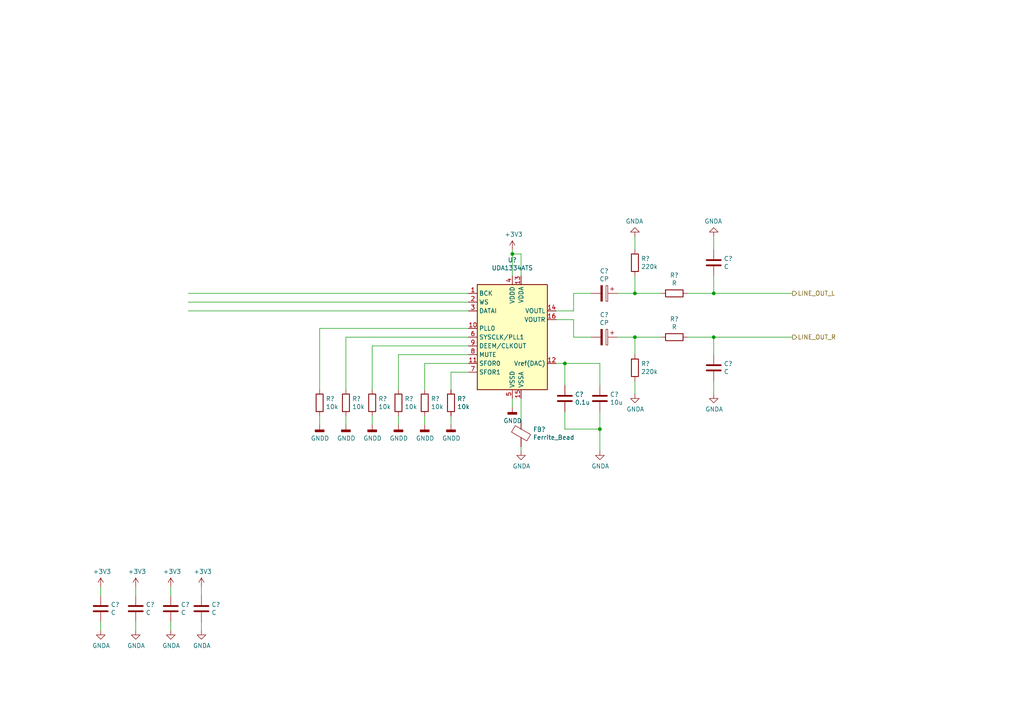
<source format=kicad_sch>
(kicad_sch (version 20211123) (generator eeschema)
  (paper "A4")
  (lib_symbols
    (symbol "Audio:UDA1334ATS"
      (property "Reference" "U" (at -10.16 16.51 0))
      (property "Value" "UDA1334ATS" (at 3.81 16.51 0))
      (symbol "UDA1334ATS_0_1"
        (rectangle (start -10.16 15.24) (end 10.16 -15.24) (stroke (width 0.254)) (fill (type background)))
      )
      (symbol "UDA1334ATS_1_1"
        (pin input line (at -12.7 12.7 0) (length 2.54) (name "BCK") (number "1"))
        (pin input line (at -12.7 2.54 0) (length 2.54) (name "PLL0") (number "10"))
        (pin input line (at -12.7 -7.62 0) (length 2.54) (name "SFOR0") (number "11"))
        (pin passive line (at 12.7 -7.62 180) (length 2.54) (name "Vref(DAC)") (number "12"))
        (pin power_in line (at 2.54 17.78 270) (length 2.54) (name "VDDA") (number "13"))
        (pin output line (at 12.7 7.62 180) (length 2.54) (name "VOUTL") (number "14"))
        (pin power_in line (at 2.54 -17.78 90) (length 2.54) (name "VSSA") (number "15"))
        (pin output line (at 12.7 5.08 180) (length 2.54) (name "VOUTR") (number "16"))
        (pin input line (at -12.7 10.16 0) (length 2.54) (name "WS") (number "2"))
        (pin input line (at -12.7 7.62 0) (length 2.54) (name "DATAI") (number "3"))
        (pin power_in line (at 0 17.78 270) (length 2.54) (name "VDDD") (number "4"))
        (pin power_in line (at 0 -17.78 90) (length 2.54) (name "VSSD") (number "5"))
        (pin input line (at -12.7 0 0) (length 2.54) (name "SYSCLK/PLL1") (number "6"))
        (pin input line (at -12.7 -10.16 0) (length 2.54) (name "SFOR1") (number "7"))
        (pin input line (at -12.7 -5.08 0) (length 2.54) (name "MUTE") (number "8"))
        (pin bidirectional line (at -12.7 -2.54 0) (length 2.54) (name "DEEM/CLKOUT") (number "9"))
      )
    )
    (symbol "Device:C" (pin_numbers hide) (pin_names (offset 0.254))
      (property "Reference" "C" (at 0.635 2.54 0))
      (property "Value" "C" (at 0.635 -2.54 0))
      (symbol "C_0_1"
        (polyline (pts (xy -2.032 -0.762) (xy 2.032 -0.762)) (stroke (width 0.508)))
        (polyline (pts (xy -2.032 0.762) (xy 2.032 0.762)) (stroke (width 0.508)))
      )
      (symbol "C_1_1"
        (pin passive line (at 0 3.81 270) (length 2.794) (name "~") (number "1"))
        (pin passive line (at 0 -3.81 90) (length 2.794) (name "~") (number "2"))
      )
    )
    (symbol "Device:R" (pin_numbers hide) (pin_names (offset 0))
      (property "Reference" "R" (at 2.032 0 90))
      (property "Value" "R" (at 0 0 90))
      (symbol "R_0_1"
        (rectangle (start -1.016 -2.54) (end 1.016 2.54) (stroke (width 0.254)))
      )
      (symbol "R_1_1"
        (pin passive line (at 0 3.81 270) (length 1.27) (name "~") (number "1"))
        (pin passive line (at 0 -3.81 90) (length 1.27) (name "~") (number "2"))
      )
    )
    (symbol "power:+3V3" (power) (pin_names (offset 0))
      (property "Value" "+3V3" (at 0 3.556 0))
      (symbol "+3V3_0_1"
        (polyline (pts (xy -0.762 1.27) (xy 0 2.54)))
        (polyline (pts (xy 0 0) (xy 0 2.54)))
        (polyline (pts (xy 0 2.54) (xy 0.762 1.27)))
      )
      (symbol "+3V3_1_1"
        (pin power_in line (at 0 0 90) (length 0) hide (name "+3V3") (number "1"))
      )
    )
    (symbol "power:GNDA" (power) (pin_names (offset 0))
      (property "Value" "GNDA" (at 0 -3.81 0))
      (symbol "GNDA_0_1"
        (polyline (pts (xy 0 0) (xy 0 -1.27) (xy 1.27 -1.27) (xy 0 -2.54) (xy -1.27 -1.27) (xy 0 -1.27)))
      )
      (symbol "GNDA_1_1"
        (pin power_in line (at 0 0 270) (length 0) hide (name "GNDA") (number "1"))
      )
    )
    (symbol "power:GNDD" (power) (pin_names (offset 0))
      (property "Value" "GNDD" (at 0 -3.175 0))
      (symbol "GNDD_0_1"
        (rectangle (start -1.27 -1.524) (end 1.27 -2.032) (stroke (width 0.254)) (fill (type outline)))
        (polyline (pts (xy 0 0) (xy 0 -1.524)))
      )
      (symbol "GNDD_1_1"
        (pin power_in line (at 0 0 270) (length 0) hide (name "GNDD") (number "1"))
      )
    )
    (symbol "spitfire-rescue:CP-Device" (pin_numbers hide) (pin_names (offset 0.254))
      (property "Reference" "C" (at 0.635 2.54 0))
      (property "Value" "CP-Device" (at 0.635 -2.54 0))
      (symbol "CP-Device_0_1"
        (rectangle (start -2.286 0.508) (end 2.286 1.016))
        (polyline (pts (xy -1.778 2.286) (xy -0.762 2.286)))
        (polyline (pts (xy -1.27 2.794) (xy -1.27 1.778)))
        (rectangle (start 2.286 -0.508) (end -2.286 -1.016) (fill (type outline)))
      )
      (symbol "CP-Device_1_1"
        (pin passive line (at 0 3.81 270) (length 2.794) (name "~") (number "1"))
        (pin passive line (at 0 -3.81 90) (length 2.794) (name "~") (number "2"))
      )
    )
    (symbol "spitfire-rescue:Ferrite_Bead-Device" (pin_numbers hide) (pin_names (offset 0))
      (property "Reference" "FB" (at -3.81 0.635 90))
      (property "Value" "Ferrite_Bead-Device" (at 3.81 0 90))
      (symbol "Ferrite_Bead-Device_0_1"
        (polyline (pts (xy 0 -1.27) (xy 0 -1.2192)))
        (polyline (pts (xy 0 1.27) (xy 0 1.2954)))
        (polyline (pts (xy -2.7686 0.4064) (xy -1.7018 2.2606) (xy 2.7686 -0.3048) (xy 1.6764 -2.159) (xy -2.7686 0.4064)))
      )
      (symbol "Ferrite_Bead-Device_1_1"
        (pin passive line (at 0 3.81 270) (length 2.54) (name "~") (number "1"))
        (pin passive line (at 0 -3.81 90) (length 2.54) (name "~") (number "2"))
      )
    )
  )
  (junction (at 207.01 85.09))
  (junction (at 207.01 97.79))
  (junction (at 148.59 73.66))
  (junction (at 173.99 124.46))
  (junction (at 184.15 97.79))
  (junction (at 163.83 105.41))
  (junction (at 184.15 85.09))
  (wire (pts (xy 173.99 105.41) (xy 173.99 111.76)))
  (wire (pts (xy 173.99 130.81) (xy 173.99 124.46)))
  (wire (pts (xy 123.19 105.41) (xy 135.89 105.41)))
  (wire (pts (xy 163.83 105.41) (xy 173.99 105.41)))
  (wire (pts (xy 184.15 110.49) (xy 184.15 114.3)))
  (wire (pts (xy 123.19 120.65) (xy 123.19 123.19)))
  (wire (pts (xy 207.01 102.87) (xy 207.01 97.79)))
  (wire (pts (xy 107.95 123.19) (xy 107.95 120.65)))
  (wire (pts (xy 207.01 80.01) (xy 207.01 85.09)))
  (wire (pts (xy 199.39 97.79) (xy 207.01 97.79)))
  (wire (pts (xy 151.13 129.54) (xy 151.13 130.81)))
  (wire (pts (xy 148.59 73.66) (xy 151.13 73.66)))
  (wire (pts (xy 151.13 115.57) (xy 151.13 121.92)))
  (wire (pts (xy 115.57 102.87) (xy 135.89 102.87)))
  (wire (pts (xy 100.33 120.65) (xy 100.33 123.19)))
  (wire (pts (xy 92.71 95.25) (xy 135.89 95.25)))
  (wire (pts (xy 163.83 119.38) (xy 163.83 124.46)))
  (wire (pts (xy 49.53 170.18) (xy 49.53 172.72)))
  (wire (pts (xy 148.59 73.66) (xy 148.59 80.01)))
  (wire (pts (xy 130.81 107.95) (xy 130.81 113.03)))
  (wire (pts (xy 148.59 115.57) (xy 148.59 118.11)))
  (wire (pts (xy 166.37 97.79) (xy 171.45 97.79)))
  (wire (pts (xy 171.45 85.09) (xy 166.37 85.09)))
  (wire (pts (xy 166.37 90.17) (xy 161.29 90.17)))
  (wire (pts (xy 199.39 85.09) (xy 207.01 85.09)))
  (wire (pts (xy 166.37 92.71) (xy 166.37 97.79)))
  (wire (pts (xy 179.07 85.09) (xy 184.15 85.09)))
  (wire (pts (xy 135.89 90.17) (xy 54.61 90.17)))
  (wire (pts (xy 151.13 73.66) (xy 151.13 80.01)))
  (wire (pts (xy 184.15 68.58) (xy 184.15 72.39)))
  (wire (pts (xy 130.81 107.95) (xy 135.89 107.95)))
  (wire (pts (xy 92.71 120.65) (xy 92.71 123.19)))
  (wire (pts (xy 207.01 97.79) (xy 229.87 97.79)))
  (wire (pts (xy 39.37 180.34) (xy 39.37 182.88)))
  (wire (pts (xy 58.42 170.18) (xy 58.42 172.72)))
  (wire (pts (xy 115.57 113.03) (xy 115.57 102.87)))
  (wire (pts (xy 166.37 85.09) (xy 166.37 90.17)))
  (wire (pts (xy 29.21 170.18) (xy 29.21 172.72)))
  (wire (pts (xy 207.01 85.09) (xy 229.87 85.09)))
  (wire (pts (xy 135.89 85.09) (xy 54.61 85.09)))
  (wire (pts (xy 135.89 100.33) (xy 107.95 100.33)))
  (wire (pts (xy 123.19 105.41) (xy 123.19 113.03)))
  (wire (pts (xy 39.37 170.18) (xy 39.37 172.72)))
  (wire (pts (xy 148.59 72.39) (xy 148.59 73.66)))
  (wire (pts (xy 184.15 85.09) (xy 191.77 85.09)))
  (wire (pts (xy 92.71 95.25) (xy 92.71 113.03)))
  (wire (pts (xy 100.33 97.79) (xy 135.89 97.79)))
  (wire (pts (xy 163.83 124.46) (xy 173.99 124.46)))
  (wire (pts (xy 173.99 124.46) (xy 173.99 119.38)))
  (wire (pts (xy 130.81 120.65) (xy 130.81 123.19)))
  (wire (pts (xy 207.01 110.49) (xy 207.01 114.3)))
  (wire (pts (xy 161.29 92.71) (xy 166.37 92.71)))
  (wire (pts (xy 115.57 123.19) (xy 115.57 120.65)))
  (wire (pts (xy 163.83 105.41) (xy 163.83 111.76)))
  (wire (pts (xy 107.95 100.33) (xy 107.95 113.03)))
  (wire (pts (xy 184.15 80.01) (xy 184.15 85.09)))
  (wire (pts (xy 179.07 97.79) (xy 184.15 97.79)))
  (wire (pts (xy 184.15 102.87) (xy 184.15 97.79)))
  (wire (pts (xy 184.15 97.79) (xy 191.77 97.79)))
  (wire (pts (xy 207.01 68.58) (xy 207.01 72.39)))
  (wire (pts (xy 135.89 87.63) (xy 54.61 87.63)))
  (wire (pts (xy 100.33 113.03) (xy 100.33 97.79)))
  (wire (pts (xy 58.42 180.34) (xy 58.42 182.88)))
  (wire (pts (xy 29.21 180.34) (xy 29.21 182.88)))
  (wire (pts (xy 49.53 180.34) (xy 49.53 182.88)))
  (wire (pts (xy 163.83 105.41) (xy 161.29 105.41)))
  (hierarchical_label "LINE_OUT_R" (shape output) (at 229.87 97.79 0))
  (hierarchical_label "LINE_OUT_L" (shape output) (at 229.87 85.09 0))
  (symbol (lib_id "Audio:UDA1334ATS") (at 148.59 97.79 0) (unit 1)
    (property "Reference" "U?" (at 148.59 75.4126 0))
    (property "Value" "UDA1334ATS" (at 148.59 77.724 0))
    (property "Footprint" "Package_SO:SSOP-16_4.4x5.2mm_P0.65mm" (effects hide))
    (property "Datasheet" "http://www.nxp.com/docs/en/data-sheet/UDA1334ATS.pdf" (effects hide))
  )
  (symbol (lib_id "power:GNDD") (at 100.33 123.19 0) (unit 1)
    (property "Reference" "#PWR?" (effects hide))
    (property "Value" "GNDD" (at 100.4316 127.127 0))
  )
  (symbol (lib_id "Device:R") (at 130.81 116.84 180) (unit 1)
    (property "Reference" "R?" (at 132.588 115.6716 0) (effects (justify right)))
    (property "Value" "10k" (at 132.588 117.983 0) (effects (justify right)))
  )
  (symbol (lib_id "Device:R") (at 123.19 116.84 180) (unit 1)
    (property "Reference" "R?" (at 124.968 115.6716 0) (effects (justify right)))
    (property "Value" "10k" (at 124.968 117.983 0) (effects (justify right)))
  )
  (symbol (lib_id "power:GNDD") (at 123.19 123.19 0) (unit 1)
    (property "Reference" "#PWR?" (effects hide))
    (property "Value" "GNDD" (at 123.2916 127.127 0))
  )
  (symbol (lib_id "power:GNDD") (at 130.81 123.19 0) (unit 1)
    (property "Reference" "#PWR?" (effects hide))
    (property "Value" "GNDD" (at 130.9116 127.127 0))
  )
  (symbol (lib_id "power:GNDD") (at 107.95 123.19 0) (unit 1)
    (property "Reference" "#PWR?" (effects hide))
    (property "Value" "GNDD" (at 108.0516 127.127 0))
  )
  (symbol (lib_id "Device:R") (at 107.95 116.84 180) (unit 1)
    (property "Reference" "R?" (at 109.728 115.6716 0) (effects (justify right)))
    (property "Value" "10k" (at 109.728 117.983 0) (effects (justify right)))
  )
  (symbol (lib_id "Device:R") (at 115.57 116.84 180) (unit 1)
    (property "Reference" "R?" (at 117.348 115.6716 0) (effects (justify right)))
    (property "Value" "10k" (at 117.348 117.983 0) (effects (justify right)))
  )
  (symbol (lib_id "power:GNDD") (at 115.57 123.19 0) (unit 1)
    (property "Reference" "#PWR?" (effects hide))
    (property "Value" "GNDD" (at 115.6716 127.127 0))
  )
  (symbol (lib_id "Device:R") (at 100.33 116.84 180) (unit 1)
    (property "Reference" "R?" (at 102.108 115.6716 0) (effects (justify right)))
    (property "Value" "10k" (at 102.108 117.983 0) (effects (justify right)))
  )
  (symbol (lib_id "power:GNDD") (at 92.71 123.19 0) (unit 1)
    (property "Reference" "#PWR?" (effects hide))
    (property "Value" "GNDD" (at 92.8116 127.127 0))
  )
  (symbol (lib_id "Device:R") (at 92.71 116.84 180) (unit 1)
    (property "Reference" "R?" (at 94.488 115.6716 0) (effects (justify right)))
    (property "Value" "10k" (at 94.488 117.983 0) (effects (justify right)))
  )
  (symbol (lib_id "power:GNDA") (at 151.13 130.81 0) (unit 1)
    (property "Reference" "#PWR?" (effects hide))
    (property "Value" "GNDA" (at 151.257 135.2042 0))
  )
  (symbol (lib_id "spitfire-rescue:Ferrite_Bead-Device") (at 151.13 125.73 0) (unit 1)
    (property "Reference" "FB?" (at 154.6098 124.5616 0) (effects (justify left)))
    (property "Value" "Ferrite_Bead" (at 154.6098 126.873 0) (effects (justify left)))
  )
  (symbol (lib_id "power:+3V3") (at 148.59 72.39 0) (unit 1)
    (property "Reference" "#PWR?" (effects hide))
    (property "Value" "+3V3" (at 148.971 67.9958 0))
  )
  (symbol (lib_id "spitfire-rescue:CP-Device") (at 175.26 97.79 270) (unit 1)
    (property "Reference" "C?" (at 175.26 91.313 90))
    (property "Value" "CP" (at 175.26 93.6244 90))
  )
  (symbol (lib_id "spitfire-rescue:CP-Device") (at 175.26 85.09 270) (unit 1)
    (property "Reference" "C?" (at 175.26 78.613 90))
    (property "Value" "CP" (at 175.26 80.9244 90))
  )
  (symbol (lib_id "Device:R") (at 184.15 76.2 0) (unit 1)
    (property "Reference" "R?" (at 185.928 75.0316 0) (effects (justify left)))
    (property "Value" "220k" (at 185.928 77.343 0) (effects (justify left)))
  )
  (symbol (lib_id "Device:R") (at 184.15 106.68 0) (unit 1)
    (property "Reference" "R?" (at 185.928 105.5116 0) (effects (justify left)))
    (property "Value" "220k" (at 185.928 107.823 0) (effects (justify left)))
  )
  (symbol (lib_id "Device:R") (at 195.58 85.09 270) (unit 1)
    (property "Reference" "R?" (at 195.58 79.8322 90))
    (property "Value" "R" (at 195.58 82.1436 90))
  )
  (symbol (lib_id "Device:R") (at 195.58 97.79 90) (unit 1)
    (property "Reference" "R?" (at 195.58 92.5322 90))
    (property "Value" "R" (at 195.58 94.8436 90))
  )
  (symbol (lib_id "Device:C") (at 207.01 76.2 0) (unit 1)
    (property "Reference" "C?" (at 209.931 75.0316 0) (effects (justify left)))
    (property "Value" "C" (at 209.931 77.343 0) (effects (justify left)))
  )
  (symbol (lib_id "Device:C") (at 207.01 106.68 0) (unit 1)
    (property "Reference" "C?" (at 209.931 105.5116 0) (effects (justify left)))
    (property "Value" "C" (at 209.931 107.823 0) (effects (justify left)))
  )
  (symbol (lib_id "power:GNDA") (at 184.15 114.3 0) (unit 1)
    (property "Reference" "#PWR?" (effects hide))
    (property "Value" "GNDA" (at 184.277 118.6942 0))
  )
  (symbol (lib_id "power:GNDA") (at 207.01 114.3 0) (unit 1)
    (property "Reference" "#PWR?" (effects hide))
    (property "Value" "GNDA" (at 207.137 118.6942 0))
  )
  (symbol (lib_id "power:GNDA") (at 184.15 68.58 180) (unit 1)
    (property "Reference" "#PWR?" (effects hide))
    (property "Value" "GNDA" (at 184.023 64.1858 0))
  )
  (symbol (lib_id "power:GNDA") (at 207.01 68.58 180) (unit 1)
    (property "Reference" "#PWR?" (effects hide))
    (property "Value" "GNDA" (at 206.883 64.1858 0))
  )
  (symbol (lib_id "power:GNDD") (at 148.59 118.11 0) (unit 1)
    (property "Reference" "#PWR?" (effects hide))
    (property "Value" "GNDD" (at 148.6916 122.047 0))
  )
  (symbol (lib_id "Device:C") (at 163.83 115.57 0) (unit 1)
    (property "Reference" "C?" (at 166.751 114.4016 0) (effects (justify left)))
    (property "Value" "0.1u" (at 166.751 116.713 0) (effects (justify left)))
  )
  (symbol (lib_id "Device:C") (at 173.99 115.57 0) (unit 1)
    (property "Reference" "C?" (at 176.911 114.4016 0) (effects (justify left)))
    (property "Value" "10u" (at 176.911 116.713 0) (effects (justify left)))
  )
  (symbol (lib_id "power:GNDA") (at 173.99 130.81 0) (unit 1)
    (property "Reference" "#PWR?" (effects hide))
    (property "Value" "GNDA" (at 174.117 135.2042 0))
  )
  (symbol (lib_id "Device:C") (at 49.53 176.53 0) (unit 1)
    (property "Reference" "C?" (at 52.451 175.3616 0) (effects (justify left)))
    (property "Value" "C" (at 52.451 177.673 0) (effects (justify left)))
  )
  (symbol (lib_id "Device:C") (at 58.42 176.53 0) (unit 1)
    (property "Reference" "C?" (at 61.341 175.3616 0) (effects (justify left)))
    (property "Value" "C" (at 61.341 177.673 0) (effects (justify left)))
  )
  (symbol (lib_id "power:+3V3") (at 29.21 170.18 0) (unit 1)
    (property "Reference" "#PWR?" (effects hide))
    (property "Value" "+3V3" (at 29.591 165.7858 0))
  )
  (symbol (lib_id "power:+3V3") (at 39.37 170.18 0) (unit 1)
    (property "Reference" "#PWR?" (effects hide))
    (property "Value" "+3V3" (at 39.751 165.7858 0))
  )
  (symbol (lib_id "power:+3V3") (at 49.53 170.18 0) (unit 1)
    (property "Reference" "#PWR?" (effects hide))
    (property "Value" "+3V3" (at 49.911 165.7858 0))
  )
  (symbol (lib_id "power:+3V3") (at 58.42 170.18 0) (unit 1)
    (property "Reference" "#PWR?" (effects hide))
    (property "Value" "+3V3" (at 58.801 165.7858 0))
  )
  (symbol (lib_id "power:GNDA") (at 29.21 182.88 0) (unit 1)
    (property "Reference" "#PWR?" (effects hide))
    (property "Value" "GNDA" (at 29.337 187.2742 0))
  )
  (symbol (lib_id "power:GNDA") (at 39.37 182.88 0) (unit 1)
    (property "Reference" "#PWR?" (effects hide))
    (property "Value" "GNDA" (at 39.497 187.2742 0))
  )
  (symbol (lib_id "power:GNDA") (at 49.53 182.88 0) (unit 1)
    (property "Reference" "#PWR?" (effects hide))
    (property "Value" "GNDA" (at 49.657 187.2742 0))
  )
  (symbol (lib_id "power:GNDA") (at 58.42 182.88 0) (unit 1)
    (property "Reference" "#PWR?" (effects hide))
    (property "Value" "GNDA" (at 58.547 187.2742 0))
  )
  (symbol (lib_id "Device:C") (at 39.37 176.53 0) (unit 1)
    (property "Reference" "C?" (at 42.291 175.3616 0) (effects (justify left)))
    (property "Value" "C" (at 42.291 177.673 0) (effects (justify left)))
  )
  (symbol (lib_id "Device:C") (at 29.21 176.53 0) (unit 1)
    (property "Reference" "C?" (at 32.131 175.3616 0) (effects (justify left)))
    (property "Value" "C" (at 32.131 177.673 0) (effects (justify left)))
  )
)
</source>
